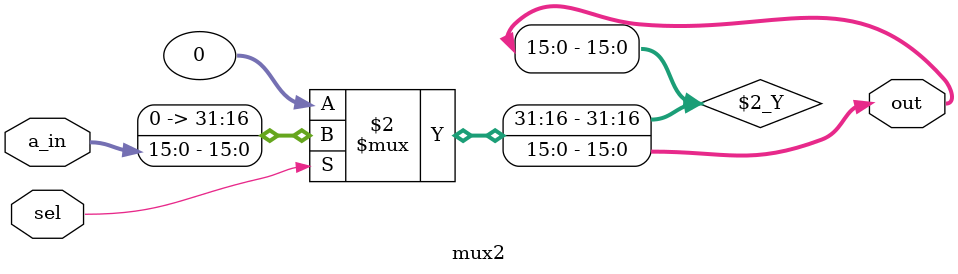
<source format=v>
`timescale 1ns / 1ps
 `timescale 1ns / 1ps

module mux2 #( parameter WIDTH = 16)
	(
    input [WIDTH-1:0] a_in,
    input sel,
    output [WIDTH-1:0] out
    );
	
	assign out = sel ? a_in : 0;
	
endmodule

</source>
